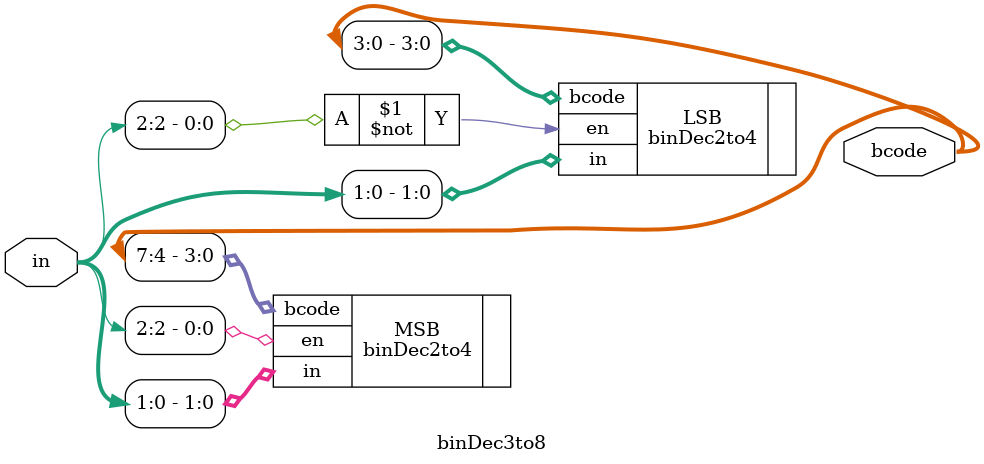
<source format=v>
module binDec3to8
  (
   input wire[2:0] in,
   output wire[7:0] bcode
   );

   binDec2to4 MSB (.en(in[2]),.in(in[1:0]),.bcode(bcode[7:4]));
   binDec2to4 LSB (.en(~in[2]),.in(in[1:0]),.bcode(bcode[3:0]));
endmodule

</source>
